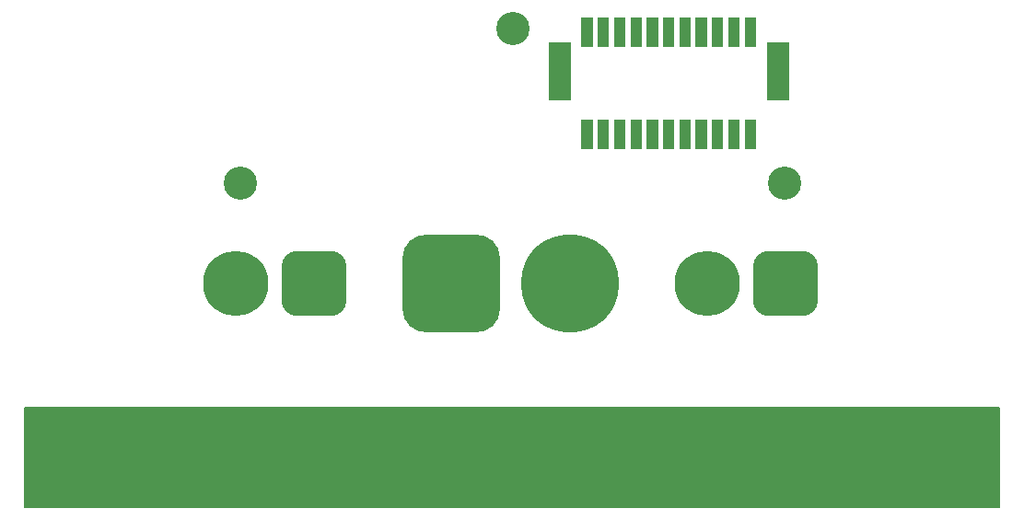
<source format=gbr>
%TF.GenerationSoftware,KiCad,Pcbnew,(6.0.10)*%
%TF.CreationDate,2023-02-27T01:31:51-05:00*%
%TF.ProjectId,vehicle side connector,76656869-636c-4652-9073-69646520636f,rev?*%
%TF.SameCoordinates,Original*%
%TF.FileFunction,Soldermask,Bot*%
%TF.FilePolarity,Negative*%
%FSLAX46Y46*%
G04 Gerber Fmt 4.6, Leading zero omitted, Abs format (unit mm)*
G04 Created by KiCad (PCBNEW (6.0.10)) date 2023-02-27 01:31:51*
%MOMM*%
%LPD*%
G01*
G04 APERTURE LIST*
G04 Aperture macros list*
%AMRoundRect*
0 Rectangle with rounded corners*
0 $1 Rounding radius*
0 $2 $3 $4 $5 $6 $7 $8 $9 X,Y pos of 4 corners*
0 Add a 4 corners polygon primitive as box body*
4,1,4,$2,$3,$4,$5,$6,$7,$8,$9,$2,$3,0*
0 Add four circle primitives for the rounded corners*
1,1,$1+$1,$2,$3*
1,1,$1+$1,$4,$5*
1,1,$1+$1,$6,$7*
1,1,$1+$1,$8,$9*
0 Add four rect primitives between the rounded corners*
20,1,$1+$1,$2,$3,$4,$5,0*
20,1,$1+$1,$4,$5,$6,$7,0*
20,1,$1+$1,$6,$7,$8,$9,0*
20,1,$1+$1,$8,$9,$2,$3,0*%
%AMOutline5P*
0 Free polygon, 5 corners , with rotation*
0 The origin of the aperture is its center*
0 number of corners: always 5*
0 $1 to $10 corner X, Y*
0 $11 Rotation angle, in degrees counterclockwise*
0 create outline with 5 corners*
4,1,5,$1,$2,$3,$4,$5,$6,$7,$8,$9,$10,$1,$2,$11*%
%AMOutline6P*
0 Free polygon, 6 corners , with rotation*
0 The origin of the aperture is its center*
0 number of corners: always 6*
0 $1 to $12 corner X, Y*
0 $13 Rotation angle, in degrees counterclockwise*
0 create outline with 6 corners*
4,1,6,$1,$2,$3,$4,$5,$6,$7,$8,$9,$10,$11,$12,$1,$2,$13*%
%AMOutline7P*
0 Free polygon, 7 corners , with rotation*
0 The origin of the aperture is its center*
0 number of corners: always 7*
0 $1 to $14 corner X, Y*
0 $15 Rotation angle, in degrees counterclockwise*
0 create outline with 7 corners*
4,1,7,$1,$2,$3,$4,$5,$6,$7,$8,$9,$10,$11,$12,$13,$14,$1,$2,$15*%
%AMOutline8P*
0 Free polygon, 8 corners , with rotation*
0 The origin of the aperture is its center*
0 number of corners: always 8*
0 $1 to $16 corner X, Y*
0 $17 Rotation angle, in degrees counterclockwise*
0 create outline with 8 corners*
4,1,8,$1,$2,$3,$4,$5,$6,$7,$8,$9,$10,$11,$12,$13,$14,$15,$16,$1,$2,$17*%
G04 Aperture macros list end*
%ADD10C,0.150000*%
%ADD11C,0.010000*%
%ADD12C,3.050000*%
%ADD13Outline6P,-0.380000X3.350000X0.380000X3.350000X0.380000X-3.198000X0.228000X-3.350000X-0.228000X-3.350000X-0.380000X-3.198000X0.000000*%
%ADD14Outline8P,-4.365000X3.182500X-4.197500X3.350000X4.197500X3.350000X4.365000X3.182500X4.365000X-3.182500X4.197500X-3.350000X-4.197500X-3.350000X-4.365000X-3.182500X0.000000*%
%ADD15RoundRect,2.250000X2.250000X2.250000X-2.250000X2.250000X-2.250000X-2.250000X2.250000X-2.250000X0*%
%ADD16C,9.000000*%
%ADD17RoundRect,1.500000X1.500000X1.500000X-1.500000X1.500000X-1.500000X-1.500000X1.500000X-1.500000X0*%
%ADD18C,6.000000*%
G04 APERTURE END LIST*
D10*
X195643500Y-109093000D02*
X106108500Y-109093000D01*
X106108500Y-109093000D02*
X106108500Y-118237000D01*
X106108500Y-118237000D02*
X195643500Y-118237000D01*
X195643500Y-118237000D02*
X195643500Y-109093000D01*
G36*
X195643500Y-109093000D02*
G01*
X106108500Y-109093000D01*
X106108500Y-118237000D01*
X195643500Y-118237000D01*
X195643500Y-109093000D01*
G37*
%TO.C,J3*%
G36*
X159703200Y-75849200D02*
G01*
X158750800Y-75849200D01*
X158750800Y-73246800D01*
X159703200Y-73246800D01*
X159703200Y-75849200D01*
G37*
D11*
X159703200Y-75849200D02*
X158750800Y-75849200D01*
X158750800Y-73246800D01*
X159703200Y-73246800D01*
X159703200Y-75849200D01*
G36*
X162703200Y-75849200D02*
G01*
X161750800Y-75849200D01*
X161750800Y-73246800D01*
X162703200Y-73246800D01*
X162703200Y-75849200D01*
G37*
X162703200Y-75849200D02*
X161750800Y-75849200D01*
X161750800Y-73246800D01*
X162703200Y-73246800D01*
X162703200Y-75849200D01*
G36*
X158203200Y-85249200D02*
G01*
X157250800Y-85249200D01*
X157250800Y-82646800D01*
X158203200Y-82646800D01*
X158203200Y-85249200D01*
G37*
X158203200Y-85249200D02*
X157250800Y-85249200D01*
X157250800Y-82646800D01*
X158203200Y-82646800D01*
X158203200Y-85249200D01*
G36*
X171703200Y-85249200D02*
G01*
X170750800Y-85249200D01*
X170750800Y-82646800D01*
X171703200Y-82646800D01*
X171703200Y-85249200D01*
G37*
X171703200Y-85249200D02*
X170750800Y-85249200D01*
X170750800Y-82646800D01*
X171703200Y-82646800D01*
X171703200Y-85249200D01*
G36*
X167203200Y-85249200D02*
G01*
X166250800Y-85249200D01*
X166250800Y-82646800D01*
X167203200Y-82646800D01*
X167203200Y-85249200D01*
G37*
X167203200Y-85249200D02*
X166250800Y-85249200D01*
X166250800Y-82646800D01*
X167203200Y-82646800D01*
X167203200Y-85249200D01*
G36*
X164203200Y-85249200D02*
G01*
X163250800Y-85249200D01*
X163250800Y-82646800D01*
X164203200Y-82646800D01*
X164203200Y-85249200D01*
G37*
X164203200Y-85249200D02*
X163250800Y-85249200D01*
X163250800Y-82646800D01*
X164203200Y-82646800D01*
X164203200Y-85249200D01*
G36*
X168703200Y-75849200D02*
G01*
X167750800Y-75849200D01*
X167750800Y-73246800D01*
X168703200Y-73246800D01*
X168703200Y-75849200D01*
G37*
X168703200Y-75849200D02*
X167750800Y-75849200D01*
X167750800Y-73246800D01*
X168703200Y-73246800D01*
X168703200Y-75849200D01*
G36*
X165703200Y-75849200D02*
G01*
X164750800Y-75849200D01*
X164750800Y-73246800D01*
X165703200Y-73246800D01*
X165703200Y-75849200D01*
G37*
X165703200Y-75849200D02*
X164750800Y-75849200D01*
X164750800Y-73246800D01*
X165703200Y-73246800D01*
X165703200Y-75849200D01*
G36*
X156173200Y-80749200D02*
G01*
X154220800Y-80749200D01*
X154220800Y-75546800D01*
X156173200Y-75546800D01*
X156173200Y-80749200D01*
G37*
X156173200Y-80749200D02*
X154220800Y-80749200D01*
X154220800Y-75546800D01*
X156173200Y-75546800D01*
X156173200Y-80749200D01*
G36*
X161203200Y-85249200D02*
G01*
X160250800Y-85249200D01*
X160250800Y-82646800D01*
X161203200Y-82646800D01*
X161203200Y-85249200D01*
G37*
X161203200Y-85249200D02*
X160250800Y-85249200D01*
X160250800Y-82646800D01*
X161203200Y-82646800D01*
X161203200Y-85249200D01*
G36*
X173203200Y-75849200D02*
G01*
X172250800Y-75849200D01*
X172250800Y-73246800D01*
X173203200Y-73246800D01*
X173203200Y-75849200D01*
G37*
X173203200Y-75849200D02*
X172250800Y-75849200D01*
X172250800Y-73246800D01*
X173203200Y-73246800D01*
X173203200Y-75849200D01*
G36*
X167203200Y-75849200D02*
G01*
X166250800Y-75849200D01*
X166250800Y-73246800D01*
X167203200Y-73246800D01*
X167203200Y-75849200D01*
G37*
X167203200Y-75849200D02*
X166250800Y-75849200D01*
X166250800Y-73246800D01*
X167203200Y-73246800D01*
X167203200Y-75849200D01*
G36*
X162703200Y-85249200D02*
G01*
X161750800Y-85249200D01*
X161750800Y-82646800D01*
X162703200Y-82646800D01*
X162703200Y-85249200D01*
G37*
X162703200Y-85249200D02*
X161750800Y-85249200D01*
X161750800Y-82646800D01*
X162703200Y-82646800D01*
X162703200Y-85249200D01*
G36*
X159703200Y-85249200D02*
G01*
X158750800Y-85249200D01*
X158750800Y-82646800D01*
X159703200Y-82646800D01*
X159703200Y-85249200D01*
G37*
X159703200Y-85249200D02*
X158750800Y-85249200D01*
X158750800Y-82646800D01*
X159703200Y-82646800D01*
X159703200Y-85249200D01*
G36*
X173203200Y-85249200D02*
G01*
X172250800Y-85249200D01*
X172250800Y-82646800D01*
X173203200Y-82646800D01*
X173203200Y-85249200D01*
G37*
X173203200Y-85249200D02*
X172250800Y-85249200D01*
X172250800Y-82646800D01*
X173203200Y-82646800D01*
X173203200Y-85249200D01*
G36*
X158203200Y-75849200D02*
G01*
X157250800Y-75849200D01*
X157250800Y-73246800D01*
X158203200Y-73246800D01*
X158203200Y-75849200D01*
G37*
X158203200Y-75849200D02*
X157250800Y-75849200D01*
X157250800Y-73246800D01*
X158203200Y-73246800D01*
X158203200Y-75849200D01*
G36*
X170203200Y-75849200D02*
G01*
X169250800Y-75849200D01*
X169250800Y-73246800D01*
X170203200Y-73246800D01*
X170203200Y-75849200D01*
G37*
X170203200Y-75849200D02*
X169250800Y-75849200D01*
X169250800Y-73246800D01*
X170203200Y-73246800D01*
X170203200Y-75849200D01*
G36*
X168703200Y-85249200D02*
G01*
X167750800Y-85249200D01*
X167750800Y-82646800D01*
X168703200Y-82646800D01*
X168703200Y-85249200D01*
G37*
X168703200Y-85249200D02*
X167750800Y-85249200D01*
X167750800Y-82646800D01*
X168703200Y-82646800D01*
X168703200Y-85249200D01*
G36*
X165703200Y-85249200D02*
G01*
X164750800Y-85249200D01*
X164750800Y-82646800D01*
X165703200Y-82646800D01*
X165703200Y-85249200D01*
G37*
X165703200Y-85249200D02*
X164750800Y-85249200D01*
X164750800Y-82646800D01*
X165703200Y-82646800D01*
X165703200Y-85249200D01*
G36*
X161203200Y-75849200D02*
G01*
X160250800Y-75849200D01*
X160250800Y-73246800D01*
X161203200Y-73246800D01*
X161203200Y-75849200D01*
G37*
X161203200Y-75849200D02*
X160250800Y-75849200D01*
X160250800Y-73246800D01*
X161203200Y-73246800D01*
X161203200Y-75849200D01*
G36*
X170203200Y-85249200D02*
G01*
X169250800Y-85249200D01*
X169250800Y-82646800D01*
X170203200Y-82646800D01*
X170203200Y-85249200D01*
G37*
X170203200Y-85249200D02*
X169250800Y-85249200D01*
X169250800Y-82646800D01*
X170203200Y-82646800D01*
X170203200Y-85249200D01*
G36*
X176233200Y-80749200D02*
G01*
X174280800Y-80749200D01*
X174280800Y-75546800D01*
X176233200Y-75546800D01*
X176233200Y-80749200D01*
G37*
X176233200Y-80749200D02*
X174280800Y-80749200D01*
X174280800Y-75546800D01*
X176233200Y-75546800D01*
X176233200Y-80749200D01*
G36*
X164203200Y-75849200D02*
G01*
X163250800Y-75849200D01*
X163250800Y-73246800D01*
X164203200Y-73246800D01*
X164203200Y-75849200D01*
G37*
X164203200Y-75849200D02*
X163250800Y-75849200D01*
X163250800Y-73246800D01*
X164203200Y-73246800D01*
X164203200Y-75849200D01*
G36*
X171703200Y-75849200D02*
G01*
X170750800Y-75849200D01*
X170750800Y-73246800D01*
X171703200Y-73246800D01*
X171703200Y-75849200D01*
G37*
X171703200Y-75849200D02*
X170750800Y-75849200D01*
X170750800Y-73246800D01*
X171703200Y-73246800D01*
X171703200Y-75849200D01*
%TD*%
D12*
%TO.C,H1*%
X150910600Y-74251000D03*
%TD*%
%TO.C,H2*%
X175913800Y-88463200D03*
%TD*%
D13*
%TO.C,J1*%
X174752000Y-112447000D03*
X176022000Y-112447000D03*
X177292000Y-112447000D03*
X178562000Y-112447000D03*
X179832000Y-112447000D03*
X181102000Y-112447000D03*
X182372000Y-112447000D03*
X183642000Y-112447000D03*
X184912000Y-112447000D03*
X186182000Y-112447000D03*
X187452000Y-112447000D03*
X188722000Y-112447000D03*
X189992000Y-112447000D03*
X191262000Y-112447000D03*
X192532000Y-112447000D03*
X193802000Y-112447000D03*
%TD*%
%TO.C,J4*%
X108077000Y-112447000D03*
X109347000Y-112447000D03*
X110617000Y-112447000D03*
X111887000Y-112447000D03*
X113157000Y-112447000D03*
X114427000Y-112447000D03*
X115697000Y-112447000D03*
X116967000Y-112447000D03*
X118237000Y-112447000D03*
X119507000Y-112447000D03*
%TD*%
D14*
%TO.C,J2*%
X129159000Y-112447000D03*
X141159000Y-112447000D03*
X153159000Y-112447000D03*
X165159000Y-112447000D03*
%TD*%
D12*
%TO.C,H3*%
X125901400Y-88453200D03*
%TD*%
D15*
%TO.C,J6*%
X145284666Y-97670000D03*
D16*
X156184666Y-97670000D03*
%TD*%
D17*
%TO.C,J5*%
X132647332Y-97670000D03*
D18*
X125447332Y-97670000D03*
%TD*%
D17*
%TO.C,J7*%
X176022000Y-97670000D03*
D18*
X168822000Y-97670000D03*
%TD*%
M02*

</source>
